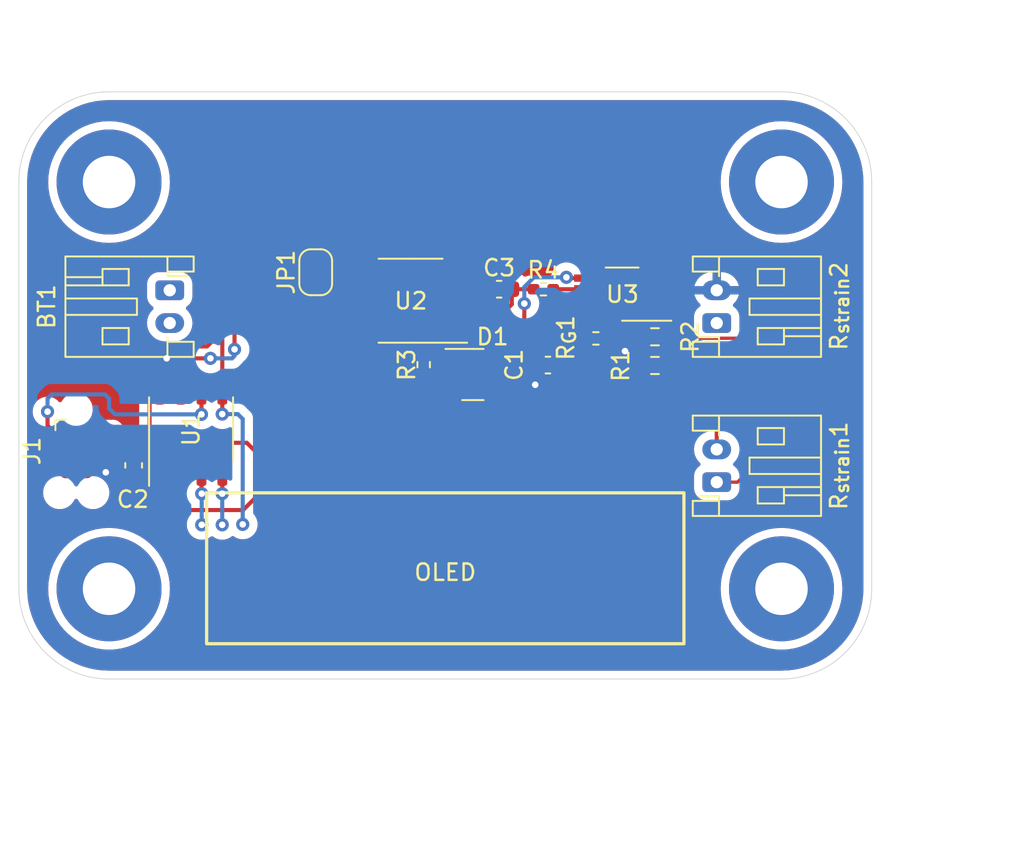
<source format=kicad_pcb>
(kicad_pcb (version 20211014) (generator pcbnew)
  (layers (0 "F.Cu" signal) (31 "B.Cu" signal) (34 "B.Paste" user) (35 "F.Paste" user) (36 "B.SilkS" user "B.Silkscreen") (37 "F.SilkS" user "F.Silkscreen") (38 "B.Mask" user) (39 "F.Mask" user) (44 "Edge.Cuts" user))
  (net 0 "")
  (net 1 "GND")
  (net 2 "+5V")
  (net 3 "/V_{ref}")
  (net 5 "/V_{meas}-")
  (net 6 "/V_{meas}+")
  (net 7 "/CS1")
  (net 8 "/CS2")
  (net 9 "/MOSI")
  (net 10 "/MISO")
  (net 11 "/UDPI")
  (net 12 "/SCK")
  (net 13 "Net-(C3-Pad1)")
  (net 14 "Net-(C3-Pad2)")
  (net 17 "Net-(R_{G}1-Pad2)")
  (net 18 "/V_{out}")
  (net 19 "Net-(R_{G}1-Pad1)")
  (footprint "MountingHole:MountingHole_3.2mm_M3_Pad" (layer "F.Cu") (at 174 118.5)
    (fp_text reference "H2" hide)
    (fp_text value "MountingHolePCB")
    (pad "1" thru_hole circle locked (at 0 0) (size 6.4 6.4) (drill 3.2) (layers *.Cu *.Mask))
  )
  (footprint "MountingHole:MountingHole_3.2mm_M3_Pad" (layer "F.Cu") (at 133 93.7)
    (fp_text reference "H1" hide)
    (fp_text value "MountingHolePCB")
    (pad "1" thru_hole circle locked (at 0 0) (size 6.4 6.4) (drill 3.2) (layers *.Cu *.Mask))
  )
  (footprint "Package_SO:SOIC-8_3.9x4.9mm_P1.27mm" (layer "F.Cu") (at 151.3825 100.935 180)
    (fp_text reference "U2" (at -0.0175 -0.015 180) (layer "F.SilkS"))
    (fp_text value "MCP3301")
    (fp_line (start 0 2.56) (end -1.95 2.56) (layer "F.SilkS") (width 0.12))
    (fp_line (start 0 2.56) (end 1.95 2.56) (layer "F.SilkS") (width 0.12))
    (fp_line (start 0 -2.56) (end -3.45 -2.56) (layer "F.SilkS") (width 0.12))
    (fp_line (start 0 -2.56) (end 1.95 -2.56) (layer "F.SilkS") (width 0.12))
    (pad "1" smd roundrect locked (at -2.475 -1.905 180) (size 1.95 0.6) (layers "F.Cu" "F.Paste" "F.Mask") (net 3 "/V_{ref}"))
    (pad "2" smd roundrect locked (at -2.475 -0.635 180) (size 1.95 0.6) (layers "F.Cu" "F.Paste" "F.Mask") (net 13 "Net-(C3-Pad1)"))
    (pad "3" smd roundrect locked (at -2.475 0.635 180) (size 1.95 0.6) (layers "F.Cu" "F.Paste" "F.Mask") (net 14 "Net-(C3-Pad2)"))
    (pad "4" smd roundrect locked (at -2.475 1.905 180) (size 1.95 0.6) (layers "F.Cu" "F.Paste" "F.Mask") (net 1 "GND"))
    (pad "5" smd roundrect locked (at 2.475 1.905 180) (size 1.95 0.6) (layers "F.Cu" "F.Paste" "F.Mask") (net 7 "/CS1"))
    (pad "6" smd roundrect locked (at 2.475 0.635 180) (size 1.95 0.6) (layers "F.Cu" "F.Paste" "F.Mask") (net 10 "/MISO"))
    (pad "7" smd roundrect locked (at 2.475 -0.635 180) (size 1.95 0.6) (layers "F.Cu" "F.Paste" "F.Mask") (net 12 "/SCK"))
    (pad "8" smd roundrect locked (at 2.475 -1.905 180) (size 1.95 0.6) (layers "F.Cu" "F.Paste" "F.Mask") (net 2 "+5V"))
  )
  (footprint "Capacitor_SMD:C_0603_1608Metric" (layer "F.Cu") (at 156.7825 100.235 180)
    (fp_text reference "C3" (at 0 1.3) (layer "F.SilkS"))
    (fp_text value "0.47uF")
    (fp_line (start -0.14058 -0.51) (end 0.14058 -0.51) (layer "F.SilkS") (width 0.12))
    (fp_line (start -0.14058 0.51) (end 0.14058 0.51) (layer "F.SilkS") (width 0.12))
    (pad "1" smd roundrect locked (at -0.775 0 180) (size 0.9 0.95) (layers "F.Cu" "F.Paste" "F.Mask") (net 13 "Net-(C3-Pad1)"))
    (pad "2" smd roundrect locked (at 0.775 0 180) (size 0.9 0.95) (layers "F.Cu" "F.Paste" "F.Mask") (net 14 "Net-(C3-Pad2)"))
  )
  (footprint "Connector_JST:JST_PH_S2B-PH-K_1x02_P2.00mm_Horizontal" (layer "F.Cu") (at 170.05 102.3 90)
    (fp_text reference "R_{strain}2" (at 1.025 7.45 270) (layer "F.SilkS"))
    (fp_text value "Varistor_US")
    (fp_line (start -0.3 4.1) (end -0.3 6.36) (layer "F.SilkS") (width 0.12))
    (fp_line (start 4.06 6.36) (end 4.06 -1.46) (layer "F.SilkS") (width 0.12))
    (fp_line (start -2.06 0.14) (end -1.14 0.14) (layer "F.SilkS") (width 0.12))
    (fp_line (start -0.86 0.14) (end -0.86 -1.075) (layer "F.SilkS") (width 0.12))
    (fp_line (start 3.14 -1.46) (end 3.14 0.14) (layer "F.SilkS") (width 0.12))
    (fp_line (start -1.3 2.5) (end -1.3 4.1) (layer "F.SilkS") (width 0.12))
    (fp_line (start -1.14 0.14) (end -1.14 -1.46) (layer "F.SilkS") (width 0.12))
    (fp_line (start 2.3 4.1) (end 2.3 2.5) (layer "F.SilkS") (width 0.12))
    (fp_line (start -0.3 2.5) (end -1.3 2.5) (layer "F.SilkS") (width 0.12))
    (fp_line (start 2.3 2.5) (end 3.3 2.5) (layer "F.SilkS") (width 0.12))
    (fp_line (start 3.3 4.1) (end 2.3 4.1) (layer "F.SilkS") (width 0.12))
    (fp_line (start -0.8 4.1) (end -0.8 6.36) (layer "F.SilkS") (width 0.12))
    (fp_line (start -1.14 -1.46) (end -2.06 -1.46) (layer "F.SilkS") (width 0.12))
    (fp_line (start 0.5 2) (end 1.5 2) (layer "F.SilkS") (width 0.12))
    (fp_line (start -2.06 6.36) (end 4.06 6.36) (layer "F.SilkS") (width 0.12))
    (fp_line (start 3.14 0.14) (end 2.86 0.14) (layer "F.SilkS") (width 0.12))
    (fp_line (start -0.3 4.1) (end -0.3 2.5) (layer "F.SilkS") (width 0.12))
    (fp_line (start 3.3 2.5) (end 3.3 4.1) (layer "F.SilkS") (width 0.12))
    (fp_line (start -1.3 4.1) (end -0.3 4.1) (layer "F.SilkS") (width 0.12))
    (fp_line (start -0.86 0.14) (end -1.14 0.14) (layer "F.SilkS") (width 0.12))
    (fp_line (start 4.06 -1.46) (end 3.14 -1.46) (layer "F.SilkS") (width 0.12))
    (fp_line (start -2.06 -1.46) (end -2.06 6.36) (layer "F.SilkS") (width 0.12))
    (fp_line (start 1.5 2) (end 1.5 6.36) (layer "F.SilkS") (width 0.12))
    (fp_line (start 0.5 6.36) (end 0.5 2) (layer "F.SilkS") (width 0.12))
    (fp_line (start 4.06 0.14) (end 3.14 0.14) (layer "F.SilkS") (width 0.12))
    (pad "1" thru_hole roundrect locked (at 0 0 90) (size 1.2 1.75) (drill 0.75) (layers *.Cu *.Mask) (roundrect_rratio 0.208333) (net 6 "/V_{meas}+"))
    (pad "2" thru_hole oval locked (at 2 0 90) (size 1.2 1.75) (drill 0.75) (layers *.Cu *.Mask) (net 1 "GND"))
  )
  (footprint "Resistor_SMD:R_0402_1005Metric_Pad0.72x0.64mm_HandSolder" (layer "F.Cu") (at 162.6825 103.235)
    (fp_text reference "R_{G}1" (at -1.8325 -0.035 90) (layer "F.SilkS"))
    (fp_text value "1.1k")
    (fp_line (start -0.167621 -0.38) (end 0.167621 -0.38) (layer "F.SilkS") (width 0.12))
    (fp_line (start -0.167621 0.38) (end 0.167621 0.38) (layer "F.SilkS") (width 0.12))
    (pad "1" smd roundrect locked (at -0.5975 0) (size 0.715 0.64) (layers "F.Cu" "F.Paste" "F.Mask") (net 19 "Net-(R_{G}1-Pad1)"))
    (pad "2" smd roundrect locked (at 0.5975 0) (size 0.715 0.64) (layers "F.Cu" "F.Paste" "F.Mask") (net 17 "Net-(R_{G}1-Pad2)"))
  )
  (footprint "MountingHole:MountingHole_3.2mm_M3_Pad" (layer "F.Cu") (at 133 118.5)
    (fp_text reference "H6" hide)
    (fp_text value "MountingHolePCB")
    (pad "1" thru_hole circle locked (at 0 0) (size 6.4 6.4) (drill 3.2) (layers *.Cu *.Mask))
  )
  (footprint "Resistor_SMD:R_0603_1608Metric" (layer "F.Cu") (at 166.2825 103.135 180)
    (fp_text reference "R2" (at -2.15 0 270) (layer "F.SilkS"))
    (fp_text value "1k")
    (fp_line (start -0.237258 0.5225) (end 0.237258 0.5225) (layer "F.SilkS") (width 0.12))
    (fp_line (start -0.237258 -0.5225) (end 0.237258 -0.5225) (layer "F.SilkS") (width 0.12))
    (pad "1" smd roundrect locked (at -0.825 0 180) (size 0.8 0.95) (layers "F.Cu" "F.Paste" "F.Mask") (net 5 "/V_{meas}-"))
    (pad "2" smd roundrect locked (at 0.825 0 180) (size 0.8 0.95) (layers "F.Cu" "F.Paste" "F.Mask") (net 1 "GND"))
  )
  (footprint "Resistor_SMD:R_0603_1608Metric" (layer "F.Cu") (at 166.2825 104.885)
    (fp_text reference "R1" (at -2.0825 0.015 270) (layer "F.SilkS"))
    (fp_text value "1k")
    (fp_line (start -0.237258 0.5225) (end 0.237258 0.5225) (layer "F.SilkS") (width 0.12))
    (fp_line (start -0.237258 -0.5225) (end 0.237258 -0.5225) (layer "F.SilkS") (width 0.12))
    (pad "1" smd roundrect locked (at -0.825 0) (size 0.8 0.95) (layers "F.Cu" "F.Paste" "F.Mask") (net 2 "+5V"))
    (pad "2" smd roundrect locked (at 0.825 0) (size 0.8 0.95) (layers "F.Cu" "F.Paste" "F.Mask") (net 5 "/V_{meas}-"))
  )
  (footprint "Package_SO:VSSOP-8_3.0x3.0mm_P0.65mm" (layer "F.Cu") (at 164.2825 100.535 180)
    (fp_text reference "U3" (at -0.0175 -0.015) (layer "F.SilkS"))
    (fp_text value "INA333xxDGK")
    (fp_line (start 0 -1.62) (end -3 -1.62) (layer "F.SilkS") (width 0.12))
    (fp_line (start 1 1.62) (end -1 1.62) (layer "F.SilkS") (width 0.12))
    (pad "1" smd rect locked (at -2.2 -0.975 90) (size 0.45 1.45) (layers "F.Cu" "F.Paste" "F.Mask") (net 17 "Net-(R_{G}1-Pad2)"))
    (pad "2" smd rect locked (at -2.2 -0.325 90) (size 0.45 1.45) (layers "F.Cu" "F.Paste" "F.Mask") (net 5 "/V_{meas}-"))
    (pad "3" smd rect locked (at -2.2 0.325 90) (size 0.45 1.45) (layers "F.Cu" "F.Paste" "F.Mask") (net 6 "/V_{meas}+"))
    (pad "4" smd rect locked (at -2.2 0.975 90) (size 0.45 1.45) (layers "F.Cu" "F.Paste" "F.Mask") (net 1 "GND"))
    (pad "5" smd rect locked (at 2.2 0.975 90) (size 0.45 1.45) (layers "F.Cu" "F.Paste" "F.Mask") (net 3 "/V_{ref}"))
    (pad "6" smd rect locked (at 2.2 0.325 90) (size 0.45 1.45) (layers "F.Cu" "F.Paste" "F.Mask") (net 18 "/V_{out}"))
    (pad "7" smd rect locked (at 2.2 -0.325 90) (size 0.45 1.45) (layers "F.Cu" "F.Paste" "F.Mask") (net 2 "+5V"))
    (pad "8" smd rect locked (at 2.2 -0.975 90) (size 0.45 1.45) (layers "F.Cu" "F.Paste" "F.Mask") (net 19 "Net-(R_{G}1-Pad1)"))
  )
  (footprint "Capacitor_SMD:C_0603_1608Metric" (layer "F.Cu") (at 134.5 110.975 -90)
    (fp_text reference "C2" (at 2.075 0.05) (layer "F.SilkS"))
    (fp_text value "0.1uF")
    (fp_line (start -0.14058 -0.51) (end 0.14058 -0.51) (layer "F.SilkS") (width 0.12))
    (fp_line (start -0.14058 0.51) (end 0.14058 0.51) (layer "F.SilkS") (width 0.12))
    (pad "1" smd roundrect locked (at -0.775 0 270) (size 0.9 0.95) (layers "F.Cu" "F.Paste" "F.Mask") (net 1 "GND"))
    (pad "2" smd roundrect locked (at 0.775 0 270) (size 0.9 0.95) (layers "F.Cu" "F.Paste" "F.Mask") (net 2 "+5V"))
  )
  (footprint "Connector_JST:JST_PH_S2B-PH-K_1x02_P2.00mm_Horizontal" (layer "F.Cu") (at 136.7 100.3 -90)
    (fp_text reference "BT1" (at 1 7.5 90) (layer "F.SilkS"))
    (fp_text value "Battery_Cell")
    (fp_line (start -1.3 4.1) (end -0.3 4.1) (layer "F.SilkS") (width 0.12))
    (fp_line (start 4.06 6.36) (end 4.06 -1.46) (layer "F.SilkS") (width 0.12))
    (fp_line (start 3.14 -1.46) (end 3.14 0.14) (layer "F.SilkS") (width 0.12))
    (fp_line (start -2.06 6.36) (end 4.06 6.36) (layer "F.SilkS") (width 0.12))
    (fp_line (start -0.3 4.1) (end -0.3 2.5) (layer "F.SilkS") (width 0.12))
    (fp_line (start 2.3 2.5) (end 3.3 2.5) (layer "F.SilkS") (width 0.12))
    (fp_line (start -1.14 0.14) (end -1.14 -1.46) (layer "F.SilkS") (width 0.12))
    (fp_line (start -0.3 2.5) (end -1.3 2.5) (layer "F.SilkS") (width 0.12))
    (fp_line (start -2.06 -1.46) (end -2.06 6.36) (layer "F.SilkS") (width 0.12))
    (fp_line (start 3.14 0.14) (end 2.86 0.14) (layer "F.SilkS") (width 0.12))
    (fp_line (start 4.06 0.14) (end 3.14 0.14) (layer "F.SilkS") (width 0.12))
    (fp_line (start 0.5 2) (end 1.5 2) (layer "F.SilkS") (width 0.12))
    (fp_line (start 2.3 4.1) (end 2.3 2.5) (layer "F.SilkS") (width 0.12))
    (fp_line (start -1.14 -1.46) (end -2.06 -1.46) (layer "F.SilkS") (width 0.12))
    (fp_line (start 0.5 6.36) (end 0.5 2) (layer "F.SilkS") (width 0.12))
    (fp_line (start 4.06 -1.46) (end 3.14 -1.46) (layer "F.SilkS") (width 0.12))
    (fp_line (start 1.5 2) (end 1.5 6.36) (layer "F.SilkS") (width 0.12))
    (fp_line (start 3.3 4.1) (end 2.3 4.1) (layer "F.SilkS") (width 0.12))
    (fp_line (start -0.86 0.14) (end -0.86 -1.075) (layer "F.SilkS") (width 0.12))
    (fp_line (start -2.06 0.14) (end -1.14 0.14) (layer "F.SilkS") (width 0.12))
    (fp_line (start -0.3 4.1) (end -0.3 6.36) (layer "F.SilkS") (width 0.12))
    (fp_line (start -1.3 2.5) (end -1.3 4.1) (layer "F.SilkS") (width 0.12))
    (fp_line (start -0.86 0.14) (end -1.14 0.14) (layer "F.SilkS") (width 0.12))
    (fp_line (start 3.3 2.5) (end 3.3 4.1) (layer "F.SilkS") (width 0.12))
    (fp_line (start -0.8 4.1) (end -0.8 6.36) (layer "F.SilkS") (width 0.12))
    (pad "1" thru_hole roundrect locked (at 0 0 270) (size 1.2 1.75) (drill 0.75) (layers *.Cu *.Mask) (roundrect_rratio 0.208333))
    (pad "2" thru_hole oval locked (at 2 0 270) (size 1.2 1.75) (drill 0.75) (layers *.Cu *.Mask))
  )
  (footprint "Jumper:SolderJumper-2_P1.3mm_Bridged_RoundedPad1.0x1.5mm" (layer "F.Cu") (at 145.6 99.2 -90)
    (fp_text reference "JP1" (at 0 1.8 90) (layer "F.SilkS"))
    (fp_text value "SolderJumper_2_Open")
    (fp_poly (pts (xy 0.25 -0.3) (xy -0.25 -0.3) (xy -0.25 0.3) (xy 0.25 0.3)) (layer "F.Cu") (width 0) (fill solid))
    (fp_line (start 1.4 -0.3) (end 1.4 0.3) (layer "F.SilkS") (width 0.12))
    (fp_line (start 0.7 1) (end -0.7 1) (layer "F.SilkS") (width 0.12))
    (fp_line (start -0.7 -1) (end 0.7 -1) (layer "F.SilkS") (width 0.12))
    (fp_line (start -1.4 0.3) (end -1.4 -0.3) (layer "F.SilkS") (width 0.12))
    (fp_arc (start -1.4 -0.3) (mid -1.194975 -0.794975) (end -0.7 -1) (layer "F.SilkS") (width 0.12))
    (fp_arc (start 1.4 0.3) (mid 1.194975 0.794975) (end 0.7 1) (layer "F.SilkS") (width 0.12))
    (fp_arc (start 0.7 -1) (mid 1.194975 -0.794975) (end 1.4 -0.3) (layer "F.SilkS") (width 0.12))
    (fp_arc (start -0.7 1) (mid -1.194975 0.794975) (end -1.4 0.3) (layer "F.SilkS") (width 0.12))
    (pad "1" smd custom locked (at -0.65 0 270) (size 1 0.5) (layers "F.Cu" "F.Mask") (net 1 "GND") (options (clearance outline) (anchor rect)) (primitives (gr_circle (center 0 0.25) (end 0.5 0.25) (width 0) (fill yes)) (gr_circle (center 0 -0.25) (end 0.5 -0.25) (width 0) (fill yes)) (gr_poly (pts (xy 0.5 0.75) (xy 0 0.75) (xy 0 -0.75) (xy 0.5 -0.75)) (width 0) (fill yes))))
    (pad "2" smd custom locked (at 0.65 0 270) (size 1 0.5) (layers "F.Cu" "F.Mask") (net 7 "/CS1") (options (clearance outline) (anchor rect)) (primitives (gr_circle (center 0 0.25) (end 0.5 0.25) (width 0) (fill yes)) (gr_circle (center 0 -0.25) (end 0.5 -0.25) (width 0) (fill yes)) (gr_poly (pts (xy 0 0.75) (xy -0.5 0.75) (xy -0.5 -0.75) (xy 0 -0.75)) (width 0) (fill yes))))
  )
  (footprint "Connector_JST:JST_PH_S2B-PH-K_1x02_P2.00mm_Horizontal" (layer "F.Cu") (at 170.05 112 90)
    (fp_text reference "R_{strain}1" (at 1 7.45 90) (layer "F.SilkS"))
    (fp_text value "Varistor_US")
    (fp_line (start -0.86 0.14) (end -0.86 -1.075) (layer "F.SilkS") (width 0.12))
    (fp_line (start 2.3 4.1) (end 2.3 2.5) (layer "F.SilkS") (width 0.12))
    (fp_line (start -1.3 4.1) (end -0.3 4.1) (layer "F.SilkS") (width 0.12))
    (fp_line (start 1.5 2) (end 1.5 6.36) (layer "F.SilkS") (width 0.12))
    (fp_line (start 3.14 0.14) (end 2.86 0.14) (layer "F.SilkS") (width 0.12))
    (fp_line (start -2.06 0.14) (end -1.14 0.14) (layer "F.SilkS") (width 0.12))
    (fp_line (start 0.5 6.36) (end 0.5 2) (layer "F.SilkS") (width 0.12))
    (fp_line (start -1.14 -1.46) (end -2.06 -1.46) (layer "F.SilkS") (width 0.12))
    (fp_line (start 4.06 -1.46) (end 3.14 -1.46) (layer "F.SilkS") (width 0.12))
    (fp_line (start -0.86 0.14) (end -1.14 0.14) (layer "F.SilkS") (width 0.12))
    (fp_line (start -1.14 0.14) (end -1.14 -1.46) (layer "F.SilkS") (width 0.12))
    (fp_line (start -0.3 4.1) (end -0.3 2.5) (layer "F.SilkS") (width 0.12))
    (fp_line (start 3.14 -1.46) (end 3.14 0.14) (layer "F.SilkS") (width 0.12))
    (fp_line (start -1.3 2.5) (end -1.3 4.1) (layer "F.SilkS") (width 0.12))
    (fp_line (start -2.06 -1.46) (end -2.06 6.36) (layer "F.SilkS") (width 0.12))
    (fp_line (start 4.06 6.36) (end 4.06 -1.46) (layer "F.SilkS") (width 0.12))
    (fp_line (start -0.8 4.1) (end -0.8 6.36) (layer "F.SilkS") (width 0.12))
    (fp_line (start 2.3 2.5) (end 3.3 2.5) (layer "F.SilkS") (width 0.12))
    (fp_line (start -0.3 4.1) (end -0.3 6.36) (layer "F.SilkS") (width 0.12))
    (fp_line (start 3.3 4.1) (end 2.3 4.1) (layer "F.SilkS") (width 0.12))
    (fp_line (start 4.06 0.14) (end 3.14 0.14) (layer "F.SilkS") (width 0.12))
    (fp_line (start 0.5 2) (end 1.5 2) (layer "F.SilkS") (width 0.12))
    (fp_line (start -0.3 2.5) (end -1.3 2.5) (layer "F.SilkS") (width 0.12))
    (fp_line (start -2.06 6.36) (end 4.06 6.36) (layer "F.SilkS") (width 0.12))
    (fp_line (start 3.3 2.5) (end 3.3 4.1) (layer "F.SilkS") (width 0.12))
    (pad "1" thru_hole roundrect locked (at 0 0 90) (size 1.2 1.75) (drill 0.75) (layers *.Cu *.Mask) (roundrect_rratio 0.208333) (net 6 "/V_{meas}+"))
    (pad "2" thru_hole oval locked (at 2 0 90) (size 1.2 1.75) (drill 0.75) (layers *.Cu *.Mask) (net 2 "+5V"))
  )
  (footprint "Capacitor_SMD:C_0603_1608Metric" (layer "F.Cu") (at 159.7575 104.86)
    (fp_text reference "C1" (at -2.0575 -0.01 90) (layer "F.SilkS"))
    (fp_text value "0.1uF")
    (fp_line (start -0.14058 -0.51) (end 0.14058 -0.51) (layer "F.SilkS") (width 0.12))
    (fp_line (start -0.14058 0.51) (end 0.14058 0.51) (layer "F.SilkS") (width 0.12))
    (pad "1" smd roundrect locked (at -0.775 0) (size 0.9 0.95) (layers "F.Cu" "F.Paste" "F.Mask") (net 1 "GND"))
    (pad "2" smd roundrect locked (at 0.775 0) (size 0.9 0.95) (layers "F.Cu" "F.Paste" "F.Mask") (net 2 "+5V"))
  )
  (footprint "Package_TO_SOT_SMD:SOT-23" (layer "F.Cu") (at 155.1825 105.435)
    (fp_text reference "D1" (at 1.2 -2.3) (layer "F.SilkS"))
    (fp_text value "LM4041LP-1.2")
    (fp_line (start 0 1.56) (end -0.65 1.56) (layer "F.SilkS") (width 0.12))
    (fp_line (start 0 -1.56) (end 0.65 -1.56) (layer "F.SilkS") (width 0.12))
    (fp_line (start 0 1.56) (end 0.65 1.56) (layer "F.SilkS") (width 0.12))
    (fp_line (start 0 -1.56) (end -1.675 -1.56) (layer "F.SilkS") (width 0.12))
    (pad "1" smd roundrect locked (at -0.9375 -0.95) (size 1.475 0.6) (layers "F.Cu" "F.Paste" "F.Mask") (net 3 "/V_{ref}"))
    (pad "2" smd roundrect locked (at -0.9375 0.95) (size 1.475 0.6) (layers "F.Cu" "F.Paste" "F.Mask") (net 1 "GND"))
    (pad "3" smd roundrect locked (at 0.9375 0) (size 1.475 0.6) (layers "F.Cu" "F.Paste" "F.Mask"))
  )
  (footprint "Connector:Tag-Connect_TC2030-IDC-NL_2x03_P1.27mm_Vertical" (layer "F.Cu") (at 131 110.1 -90)
    (fp_text reference "J1" (at 0 2.7 90) (layer "F.SilkS"))
    (fp_text value "AVR-UPDI-6")
    (fp_line (start -1.905 1.27) (end -1.905 0.635) (layer "F.SilkS") (width 0.12))
    (fp_line (start -1.27 1.27) (end -1.905 1.27) (layer "F.SilkS") (width 0.12))
    (pad "" np_thru_hole circle locked (at -2.54 0 270) (size 0.9906 0.9906) (drill 0.9906) (layers *.Cu *.Mask))
    (pad "" np_thru_hole circle locked (at 2.54 1.016 270) (size 0.9906 0.9906) (drill 0.9906) (layers *.Cu *.Mask))
    (pad "" np_thru_hole circle locked (at 2.54 -1.016 270) (size 0.9906 0.9906) (drill 0.9906) (layers *.Cu *.Mask))
    (pad "1" connect circle locked (at -1.27 0.635 270) (size 0.7874 0.7874) (layers "F.Cu" "F.Mask") (net 11 "/UDPI"))
    (pad "2" connect circle locked (at -1.27 -0.635 270) (size 0.7874 0.7874) (layers "F.Cu" "F.Mask") (net 2 "+5V"))
    (pad "3" connect circle locked (at 0 0.635 270) (size 0.7874 0.7874) (layers "F.Cu" "F.Mask"))
    (pad "4" connect circle locked (at 0 -0.635 270) (size 0.7874 0.7874) (layers "F.Cu" "F.Mask"))
    (pad "5" connect circle locked (at 1.27 0.635 270) (size 0.7874 0.7874) (layers "F.Cu" "F.Mask"))
    (pad "6" connect circle locked (at 1.27 -0.635 270) (size 0.7874 0.7874) (layers "F.Cu" "F.Mask") (net 1 "GND"))
  )
  (footprint "MountingHole:MountingHole_3.2mm_M3_Pad" (layer "F.Cu") (at 174 93.7)
    (fp_text reference "H5" hide)
    (fp_text value "MountingHolePCB")
    (pad "1" thru_hole circle locked (at 0 0) (size 6.4 6.4) (drill 3.2) (layers *.Cu *.Mask))
  )
  (footprint "Resistor_SMD:R_0402_1005Metric_Pad0.72x0.64mm_HandSolder" (layer "F.Cu") (at 159.4825 100.235)
    (fp_text reference "R4" (at 0 -1.17) (layer "F.SilkS"))
    (fp_text value "1k")
    (fp_line (start -0.167621 -0.38) (end 0.167621 -0.38) (layer "F.SilkS") (width 0.12))
    (fp_line (start -0.167621 0.38) (end 0.167621 0.38) (layer "F.SilkS") (width 0.12))
    (pad "1" smd roundrect locked (at -0.5975 0) (size 0.715 0.64) (layers "F.Cu" "F.Paste" "F.Mask") (net 13 "Net-(C3-Pad1)"))
    (pad "2" smd roundrect locked (at 0.5975 0) (size 0.715 0.64) (layers "F.Cu" "F.Paste" "F.Mask") (net 18 "/V_{out}"))
  )
  (footprint "Resistor_SMD:R_0402_1005Metric_Pad0.72x0.64mm_HandSolder" (layer "F.Cu") (at 152.1825 104.835 -90)
    (fp_text reference "R3" (at 0.015 1.0325 90) (layer "F.SilkS"))
    (fp_text value "1k")
    (fp_line (start -0.167621 -0.38) (end 0.167621 -0.38) (layer "F.SilkS") (width 0.12))
    (fp_line (start -0.167621 0.38) (end 0.167621 0.38) (layer "F.SilkS") (width 0.12))
    (pad "1" smd roundrect locked (at -0.5975 0 270) (size 0.715 0.64) (layers "F.Cu" "F.Paste" "F.Mask") (net 14 "Net-(C3-Pad2)"))
    (pad "2" smd roundrect locked (at 0.5975 0 270) (size 0.715 0.64) (layers "F.Cu" "F.Paste" "F.Mask") (net 3 "/V_{ref}"))
  )
  (footprint "Package_SO:SOIC-8_3.9x4.9mm_P1.27mm" (layer "F.Cu") (at 138 108.775 90)
    (fp_text reference "U1" (at -0.025 0 90) (layer "F.SilkS"))
    (fp_text value "ATtiny402-SS")
    (fp_line (start 0 -2.56) (end -3.45 -2.56) (layer "F.SilkS") (width 0.12))
    (fp_line (start 0 -2.56) (end 1.95 -2.56) (layer "F.SilkS") (width 0.12))
    (fp_line (start 0 2.56) (end -1.95 2.56) (layer "F.SilkS") (width 0.12))
    (fp_line (start 0 2.56) (end 1.95 2.56) (layer "F.SilkS") (width 0.12))
    (pad "1" smd roundrect locked (at -2.475 -1.905 90) (size 1.95 0.6) (layers "F.Cu" "F.Paste" "F.Mask") (net 2 "+5V"))
    (pad "2" smd roundrect locked (at -2.475 -0.635 90) (size 1.95 0.6) (layers "F.Cu" "F.Paste" "F.Mask") (net 7 "/CS1"))
    (pad "3" smd roundrect locked (at -2.475 0.635 90) (size 1.95 0.6) (layers "F.Cu" "F.Paste" "F.Mask") (net 8 "/CS2"))
    (pad "4" smd roundrect locked (at -2.475 1.905 90) (size 1.95 0.6) (layers "F.Cu" "F.Paste" "F.Mask") (net 9 "/MOSI"))
    (pad "5" smd roundrect locked (at 2.475 1.905 90) (size 1.95 0.6) (layers "F.Cu" "F.Paste" "F.Mask") (net 10 "/MISO"))
    (pad "6" smd roundrect locked (at 2.475 0.635 90) (size 1.95 0.6) (layers "F.Cu" "F.Paste" "F.Mask") (net 11 "/UDPI"))
    (pad "7" smd roundrect locked (at 2.475 -0.635 90) (size 1.95 0.6) (layers "F.Cu" "F.Paste" "F.Mask") (net 12 "/SCK"))
    (pad "8" smd roundrect locked (at 2.475 -1.905 90) (size 1.95 0.6) (layers "F.Cu" "F.Paste" "F.Mask") (net 1 "GND"))
  )
  (gr_rect (start 138.95 112.65) (end 168.05 121.85) (layer "F.SilkS") (width 0.2) (fill none))
  (gr_line (start 133 88.2) (end 174 88.2) (layer "Edge.Cuts") (width 0.05))
  (gr_line (start 179.5 93.7) (end 179.5 118.5) (layer "Edge.Cuts") (width 0.05))
  (gr_arc (start 174 88.2) (mid 177.889087 89.810913) (end 179.5 93.7) (layer "Edge.Cuts") (width 0.05))
  (gr_line (start 127.5 118.5) (end 127.5 93.7) (layer "Edge.Cuts") (width 0.05))
  (gr_arc (start 179.5 118.5) (mid 177.889087 122.389087) (end 174 124) (layer "Edge.Cuts") (width 0.05))
  (gr_line (start 174 124) (end 133 124) (layer "Edge.Cuts") (width 0.05))
  (gr_arc (start 133 124) (mid 129.110913 122.389087) (end 127.5 118.5) (layer "Edge.Cuts") (width 0.05))
  (gr_arc (start 127.5 93.7) (mid 129.110913 89.810913) (end 133 88.2) (layer "Edge.Cuts") (width 0.05))
  (gr_text "OLED" (at 153.5 117.5) (layer "F.SilkS") (effects (font (size 1 1))))
  (segment (start 131.635 111.37) (end 132.77 111.37) (width 0.25) (layer "F.Cu") (net 1))
  (segment (start 158.6575 106.385) (end 158.9825 106.06) (width 0.25) (layer "F.Cu") (net 1))
  (segment (start 158.9825 106.06) (end 158.9825 104.86) (width 0.25) (layer "F.Cu") (net 1))
  (segment (start 154.245 106.385) (end 158.6575 106.385) (width 0.25) (layer "F.Cu") (net 1))
  (segment (start 136.095 106.3) (end 136.095 104.867288) (width 0.25) (layer "F.Cu") (net 1))
  (segment (start 132.77 111.37) (end 132.8 111.4) (width 0.25) (layer "F.Cu") (net 1))
  (segment (start 136.095 104.867288) (end 136.512299 104.449989) (width 0.25) (layer "F.Cu") (net 1))
  (segment (start 165.3325 103.135) (end 164.4575 104.01) (width 0.25) (layer "F.Cu") (net 1))
  (segment (start 165.4575 103.135) (end 165.3325 103.135) (width 0.25) (layer "F.Cu") (net 1))
  (via (at 136.512299 104.449989) (size 0.8) (drill 0.4) (layers "F.Cu" "B.Cu") (net 1))
  (via (at 158.9825 106.06) (size 0.8) (drill 0.4) (layers "F.Cu" "B.Cu") (net 1))
  (via (at 132.8 111.4) (size 0.8) (drill 0.4) (layers "F.Cu" "B.Cu") (net 1))
  (via (at 164.4575 104.01) (size 0.8) (drill 0.4) (layers "F.Cu" "B.Cu") (net 1))
  (segment (start 133.7 109.3) (end 133.7 111.4) (width 0.25) (layer "F.Cu") (net 2))
  (segment (start 141.9 112.974614) (end 141.9 111) (width 0.25) (layer "F.Cu") (net 2))
  (segment (start 134.8 113.7) (end 141.174614 113.7) (width 0.25) (layer "F.Cu") (net 2))
  (segment (start 150.4825 103.7325) (end 150.4825 103.285) (width 0.25) (layer "F.Cu") (net 2))
  (segment (start 141.9 110.1) (end 141.9 102.3) (width 0.25) (layer "F.Cu") (net 2))
  (segment (start 170.05 107.9) (end 169.2 107.05) (width 0.25) (layer "F.Cu") (net 2))
  (segment (start 134.5 113.4) (end 134.8 113.7) (width 0.25) (layer "F.Cu") (net 2))
  (segment (start 133.7 111.4) (end 134.05 111.75) (width 0.25) (layer "F.Cu") (net 2))
  (segment (start 166.1 107.05) (end 165.4575 106.4075) (width 0.25) (layer "F.Cu") (net 2))
  (segment (start 150.4825 106.435) (end 150.4825 103.7325) (width 0.25) (layer "F.Cu") (net 2))
  (segment (start 160.53298 101.43452) (end 160.53298 103.13548) (width 0.25) (layer "F.Cu") (net 2))
  (segment (start 150.0375 102.84) (end 150.4825 103.285) (width 0.25) (layer "F.Cu") (net 2))
  (segment (start 141.174614 113.7) (end 141.9 112.974614) (width 0.25) (layer "F.Cu") (net 2))
  (segment (start 148.9075 102.84) (end 150.0375 102.84) (width 0.25) (layer "F.Cu") (net 2))
  (segment (start 147.3 102.45) (end 147.69 102.84) (width 0.25) (layer "F.Cu") (net 2))
  (segment (start 136.6 109.6) (end 141.4 109.6) (width 0.25) (layer "F.Cu") (net 2))
  (segment (start 147.3 101.985718) (end 147.3 102.45) (width 0.25) (layer "F.Cu") (net 2))
  (segment (start 146.913802 101.59952) (end 147.3 101.985718) (width 0.25) (layer "F.Cu") (net 2))
  (segment (start 134.5 111.75) (end 134.5 113.4) (width 0.25) (layer "F.Cu") (net 2))
  (segment (start 169.2 107.05) (end 166.1 107.05) (width 0.25) (layer "F.Cu") (net 2))
  (segment (start 165.4575 106.4075) (end 165.4575 104.885) (width 0.25) (layer "F.Cu") (net 2))
  (segment (start 165.4325 104.86) (end 165.4575 104.885) (width 0.25) (layer "F.Cu") (net 2))
  (segment (start 133.23 108.83) (end 133.7 109.3) (width 0.25) (layer "F.Cu") (net 2))
  (segment (start 160.5325 104.86) (end 160.5325 106.385) (width 0.25) (layer "F.Cu") (net 2))
  (segment (start 147.69 102.84) (end 148.9075 102.84) (width 0.25) (layer "F.Cu") (net 2))
  (segment (start 142.60048 101.59952) (end 146.913802 101.59952) (width 0.25) (layer "F.Cu") (net 2))
  (segment (start 131.635 108.83) (end 133.23 108.83) (width 0.25) (layer "F.Cu") (net 2))
  (segment (start 160.53298 103.13548) (end 160.53298 104.83452) (width 0.25) (layer "F.Cu") (net 2))
  (segment (start 162.0825 100.86) (end 161.1075 100.86) (width 0.25) (layer "F.Cu") (net 2))
  (segment (start 134.05 111.75) (end 134.5 111.75) (width 0.25) (layer "F.Cu") (net 2))
  (segment (start 141.9 102.3) (end 142.60048 101.59952) (width 0.25) (layer "F.Cu") (net 2))
  (segment (start 136.095 110.105) (end 136.6 109.6) (width 0.25) (layer "F.Cu") (net 2))
  (segment (start 141.9 112.974614) (end 141.9 112.6) (width 0.25) (layer "F.Cu") (net 2))
  (segment (start 159.90798 107.00952) (end 151.05702 107.00952) (width 0.25) (layer "F.Cu") (net 2))
  (segment (start 141.9 110.3) (end 141.9 110.1) (width 0.25) (layer "F.Cu") (net 2))
  (segment (start 160.5075 104.86) (end 165.4325 104.86) (width 0.25) (layer "F.Cu") (net 2))
  (segment (start 170.05 110) (end 170.05 107.9) (width 0.25) (layer "F.Cu") (net 2))
  (segment (start 141.4 109.6) (end 141.9 110.1) (width 0.25) (layer "F.Cu") (net 2))
  (segment (start 161.1075 100.86) (end 160.53298 101.43452) (width 0.25) (layer "F.Cu") (net 2))
  (segment (start 151.05702 107.00952) (end 150.4825 106.435) (width 0.25) (layer "F.Cu") (net 2))
  (segment (start 160.5325 106.385) (end 159.90798 107.00952) (width 0.25) (layer "F.Cu") (net 2))
  (segment (start 136.095 111.25) (end 136.095 110.105) (width 0.25) (layer "F.Cu") (net 2))
  (segment (start 141.9 111) (end 141.9 110.3) (width 0.25) (layer "F.Cu") (net 2))
  (segment (start 153.8575 102.84) (end 157.9125 102.84) (width 0.25) (layer "F.Cu") (net 3))
  (segment (start 153.8575 104.4725) (end 153.845 104.485) (width 0.25) (layer "F.Cu") (net 3))
  (segment (start 152.1825 105.4325) (end 152.8975 105.4325) (width 0.25) (layer "F.Cu") (net 3))
  (segment (start 162.0825 99.56) (end 160.933297 99.56) (width 0.25) (layer "F.Cu") (net 3))
  (segment (start 158.319078 102.433422) (end 158.319078 101.111007) (width 0.25) (layer "F.Cu") (net 3))
  (segment (start 157.9125 102.84) (end 158.319078 102.433422) (width 0.25) (layer "F.Cu") (net 3))
  (segment (start 160.933297 99.56) (end 160.883797 99.5105) (width 0.25) (layer "F.Cu") (net 3))
  (segment (start 152.8975 105.4325) (end 153.845 104.485) (width 0.25) (layer "F.Cu") (net 3))
  (segment (start 153.8575 102.84) (end 153.8575 104.4725) (width 0.25) (layer "F.Cu") (net 3))
  (via (at 158.319078 101.111007) (size 0.8) (drill 0.4) (layers "F.Cu" "B.Cu") (net 3))
  (via (at 160.883797 99.5105) (size 0.8) (drill 0.4) (layers "F.Cu" "B.Cu") (net 3))
  (segment (start 158.319078 100.098422) (end 158.907 99.5105) (width 0.25) (layer "B.Cu") (net 3))
  (segment (start 158.319078 101.111007) (end 158.319078 100.098422) (width 0.25) (layer "B.Cu") (net 3))
  (segment (start 158.907 99.5105) (end 160.883797 99.5105) (width 0.25) (layer "B.Cu") (net 3))
  (segment (start 168.00048 101.10048) (end 168.00048 102.61702) (width 0.2) (layer "F.Cu") (net 5))
  (segment (start 167.4825 103.135) (end 167.1075 103.135) (width 0.2) (layer "F.Cu") (net 5))
  (segment (start 167.76 100.86) (end 168.00048 101.10048) (width 0.2) (layer "F.Cu") (net 5))
  (segment (start 166.4825 100.86) (end 167.76 100.86) (width 0.2) (layer "F.Cu") (net 5))
  (segment (start 167.1075 104.885) (end 167.1075 103.135) (width 0.2) (layer "F.Cu") (net 5))
  (segment (start 168.00048 102.61702) (end 167.4825 103.135) (width 0.2) (layer "F.Cu") (net 5))
  (segment (start 168.4 102.8) (end 168.825 103.225) (width 0.2) (layer "F.Cu") (net 6))
  (segment (start 168.4 100.6) (end 168.4 102.8) (width 0.2) (layer "F.Cu") (net 6))
  (segment (start 166.4825 100.21) (end 168.01 100.21) (width 0.2) (layer "F.Cu") (net 6))
  (segment (start 168.01 100.21) (end 168.4 100.6) (width 0.2) (layer "F.Cu") (net 6))
  (segment (start 171.31 103.225) (end 171.85 103.765) (width 0.2) (layer "F.Cu") (net 6))
  (segment (start 171.85 111.465) (end 171.315 112) (width 0.2) (layer "F.Cu") (net 6))
  (segment (start 170.05 103.225) (end 171.31 103.225) (width 0.2) (layer "F.Cu") (net 6))
  (segment (start 171.85 103.765) (end 171.85 111.465) (width 0.2) (layer "F.Cu") (net 6))
  (segment (start 168.825 103.225) (end 170.05 103.225) (width 0.2) (layer "F.Cu") (net 6))
  (segment (start 171.315 112) (end 170.05 112) (width 0.2) (layer "F.Cu") (net 6))
  (segment (start 137.1 112.9) (end 137.365 112.635) (width 0.25) (layer "F.Cu") (net 7))
  (segment (start 146.932141 100.232141) (end 140.267859 100.232141) (width 0.25) (layer "F.Cu") (net 7))
  (segment (start 140.267859 100.232141) (end 139.45548 101.04452) (width 0.25) (layer "F.Cu") (net 7))
  (segment (start 148.9075 99.03) (end 147.67 99.03) (width 0.25) (layer "F.Cu") (net 7))
  (segment (start 148.9325 99.005) (end 148.9075 99.03) (width 0.25) (layer "F.Cu") (net 7))
  (segment (start 135.47048 104.42952) (end 135.47048 112.67048) (width 0.25) (layer "F.Cu") (net 7))
  (segment (start 147.307141 99.392859) (end 147.307141 99.857141) (width 0.25) (layer "F.Cu") (net 7))
  (segment (start 138.974511 103.725489) (end 136.174511 103.725489) (width 0.25) (layer "F.Cu") (net 7))
  (segment (start 147.307141 99.857141) (end 146.932141 100.232141) (width 0.25) (layer "F.Cu") (net 7))
  (segment (start 139.45548 103.24452) (end 138.974511 103.725489) (width 0.25) (layer "F.Cu") (net 7))
  (segment (start 137.365 112.635) (end 137.365 111.25) (width 0.25) (layer "F.Cu") (net 7))
  (segment (start 136.174511 103.725489) (end 135.47048 104.42952) (width 0.25) (layer "F.Cu") (net 7))
  (segment (start 135.47048 112.67048) (end 135.7 112.9) (width 0.25) (layer "F.Cu") (net 7))
  (segment (start 139.45548 101.04452) (end 139.45548 103.24452) (width 0.25) (layer "F.Cu") (net 7))
  (segment (start 135.7 112.9) (end 137.1 112.9) (width 0.25) (layer "F.Cu") (net 7))
  (segment (start 147.67 99.03) (end 147.307141 99.392859) (width 0.25) (layer "F.Cu") (net 7))
  (segment (start 138.635 111.25) (end 138.635 112.71098) (width 0.25) (layer "F.Cu") (net 8))
  (segment (start 138.635 112.71098) (end 138.65 112.72598) (width 0.25) (layer "F.Cu") (net 8))
  (via (at 138.65 112.7) (size 0.8) (drill 0.4) (layers "F.Cu" "B.Cu") (net 8))
  (via (at 138.65 114.6) (size 0.8) (drill 0.4) (layers "F.Cu" "B.Cu") (net 8))
  (segment (start 138.65 114.6) (end 138.65 112.7) (width 0.25) (layer "B.Cu") (net 8))
  (segment (start 139.905 112.72098) (end 139.9 112.72598) (width 0.25) (layer "F.Cu") (net 9))
  (segment (start 139.905 111.25) (end 139.905 112.72098) (width 0.25) (layer "F.Cu") (net 9))
  (via (at 139.9 114.6) (size 0.8) (drill 0.4) (layers "F.Cu" "B.Cu") (net 9))
  (via (at 139.9 112.7) (size 0.8) (drill 0.4) (layers "F.Cu" "B.Cu") (net 9))
  (segment (start 139.9 112.7) (end 139.9 114.6) (width 0.25) (layer "B.Cu") (net 9))
  (segment (start 139.905 106.3) (end 139.905 101.245) (width 0.25) (layer "F.Cu") (net 10))
  (segment (start 139.905 106.3) (end 139.905 107.845) (width 0.25) (layer "F.Cu") (net 10))
  (segment (start 139.905 107.845) (end 139.9 107.85) (width 0.25) (layer "F.Cu") (net 10))
  (segment (start 147.5 100.3) (end 147.1 100.7) (width 0.25) (layer "F.Cu") (net 10))
  (segment (start 148.9075 100.3) (end 147.5 100.3) (width 0.25) (layer "F.Cu") (net 10))
  (segment (start 147.1 100.7) (end 140.45 100.7) (width 0.25) (layer "F.Cu") (net 10))
  (segment (start 140.45 100.7) (end 139.905 101.245) (width 0.25) (layer "F.Cu") (net 10))
  (via (at 141.15 114.57402) (size 0.8) (drill 0.4) (layers "F.Cu" "B.Cu") (net 10))
  (via (at 139.9 107.85) (size 0.8) (drill 0.4) (layers "F.Cu" "B.Cu") (net 10))
  (segment (start 141.15 108.15) (end 141.15 114.57402) (width 0.25) (layer "B.Cu") (net 10))
  (segment (start 139.9 107.85) (end 140.85 107.85) (width 0.25) (layer "B.Cu") (net 10))
  (segment (start 140.85 107.85) (end 141.15 108.15) (width 0.25) (layer "B.Cu") (net 10))
  (segment (start 138.635 106.3) (end 138.635 107.865) (width 0.25) (layer "F.Cu") (net 11))
  (segment (start 129.25 108.55) (end 129.53 108.83) (width 0.25) (layer "F.Cu") (net 11))
  (segment (start 129.53 108.83) (end 130.365 108.83) (width 0.25) (layer "F.Cu") (net 11))
  (segment (start 129.25 107.7) (end 129.25 108.55) (width 0.25) (layer "F.Cu") (net 11))
  (via (at 129.25 107.7) (size 0.8) (drill 0.4) (layers "F.Cu" "B.Cu") (net 11))
  (via (at 138.635 107.865) (size 0.8) (drill 0.4) (layers "F.Cu" "B.Cu") (net 11))
  (segment (start 138.635 107.865) (end 133.365 107.865) (width 0.25) (layer "B.Cu") (net 11))
  (segment (start 129.5 106.65) (end 129.25 106.9) (width 0.25) (layer "B.Cu") (net 11))
  (segment (start 133 107.5) (end 133 106.9) (width 0.25) (layer "B.Cu") (net 11))
  (segment (start 132.75 106.65) (end 129.5 106.65) (width 0.25) (layer "B.Cu") (net 11))
  (segment (start 133 106.9) (end 132.75 106.65) (width 0.25) (layer "B.Cu") (net 11))
  (segment (start 133.365 107.865) (end 133 107.5) (width 0.25) (layer "B.Cu") (net 11))
  (segment (start 129.25 106.9) (end 129.25 107.7) (width 0.25) (layer "B.Cu") (net 11))
  (segment (start 137.65 104.45) (end 139.1805 104.45) (width 0.25) (layer "F.Cu") (net 12))
  (segment (start 137.365 104.735) (end 137.65 104.45) (width 0.25) (layer "F.Cu") (net 12))
  (segment (start 137.365 106.3) (end 137.365 104.735) (width 0.25) (layer "F.Cu") (net 12))
  (segment (start 147.52 101.57) (end 148.9075 101.57) (width 0.25) (layer "F.Cu") (net 12))
  (segment (start 140.65 103.9) (end 140.65 101.55) (width 0.25) (layer "F.Cu") (net 12))
  (segment (start 140.65 101.55) (end 141.05 101.15) (width 0.25) (layer "F.Cu") (net 12))
  (segment (start 141.05 101.15) (end 147.1 101.15) (width 0.25) (layer "F.Cu") (net 12))
  (segment (start 147.1 101.15) (end 147.52 101.57) (width 0.25) (layer "F.Cu") (net 12))
  (via (at 139.1805 104.45) (size 0.8) (drill 0.4) (layers "F.Cu" "B.Cu") (net 12))
  (via (at 140.65 103.9) (size 0.8) (drill 0.4) (layers "F.Cu" "B.Cu") (net 12))
  (segment (start 140.65 104.3) (end 140.65 103.9) (width 0.25) (layer "B.Cu") (net 12))
  (segment (start 139.1805 104.45) (end 140.5 104.45) (width 0.25) (layer "B.Cu") (net 12))
  (segment (start 140.5 104.45) (end 140.65 104.3) (width 0.25) (layer "B.Cu") (net 12))
  (segment (start 158.785 100.235) (end 158.885 100.135) (width 0.25) (layer "F.Cu") (net 13))
  (segment (start 157.5575 100.235) (end 158.785 100.235) (width 0.25) (layer "F.Cu") (net 13))
  (segment (start 157.1475 101.57) (end 157.5575 101.16) (width 0.25) (layer "F.Cu") (net 13))
  (segment (start 157.5575 101.16) (end 157.5575 100.135) (width 0.25) (layer "F.Cu") (net 13))
  (segment (start 153.8575 101.57) (end 157.1475 101.57) (width 0.25) (layer "F.Cu") (net 13))
  (segment (start 152.1825 104.2375) (end 152.1825 100.635) (width 0.25) (layer "F.Cu") (net 14))
  (segment (start 152.1825 100.635) (end 152.5175 100.3) (width 0.25) (layer "F.Cu") (net 14))
  (segment (start 153.8575 100.3) (end 155.8425 100.3) (width 0.25) (layer "F.Cu") (net 14))
  (segment (start 152.5175 100.3) (end 153.8575 100.3) (width 0.25) (layer "F.Cu") (net 14))
  (segment (start 163.59375 102.30625) (end 167.39375 102.30625) (width 0.25) (layer "F.Cu") (net 17))
  (segment (start 163.28 103.235) (end 163.28 102.62) (width 0.25) (layer "F.Cu") (net 17))
  (segment (start 167.57596 102.12404) (end 167.57596 101.62846) (width 0.25) (layer "F.Cu") (net 17))
  (segment (start 163.28 102.62) (end 163.59375 102.30625) (width 0.25) (layer "F.Cu") (net 17))
  (segment (start 167.4575 101.51) (end 166.4825 101.51) (width 0.25) (layer "F.Cu") (net 17))
  (segment (start 167.39375 102.30625) (end 167.57596 102.12404) (width 0.25) (layer "F.Cu") (net 17))
  (segment (start 167.57596 101.62846) (end 167.4575 101.51) (width 0.25) (layer "F.Cu") (net 17))
  (segment (start 161.97125 100.235) (end 159.99375 100.235) (width 0.25) (layer "F.Cu") (net 18))
  (segment (start 160.105 100.21) (end 160.08 100.235) (width 0.25) (layer "F.Cu") (net 18))
  (segment (start 160.9825 102.935) (end 161.2825 103.235) (width 0.25) (layer "F.Cu") (net 19))
  (segment (start 160.9825 101.735) (end 160.9825 102.935) (width 0.25) (layer "F.Cu") (net 19))
  (segment (start 161.2075 101.51) (end 160.9825 101.735) (width 0.25) (layer "F.Cu") (net 19))
  (segment (start 162.0825 101.51) (end 161.2075 101.51) (width 0.25) (layer "F.Cu") (net 19))
  (segment (start 161.2825 103.235) (end 162.085 103.235) (width 0.25) (layer "F.Cu") (net 19))
  (zone (net 1) (net_name "GND") (layers F&B.Cu) (connect_pads (clearance 0.508)) (min_thickness 0.254) (fill yes (thermal_gap 0.508) (thermal_bridge_width 0.508))
    (polygon (pts (xy 179.5 124) (xy 127.5 124) (xy 127.5 88.2) (xy 179.5 88.2)))
  )
)
</source>
